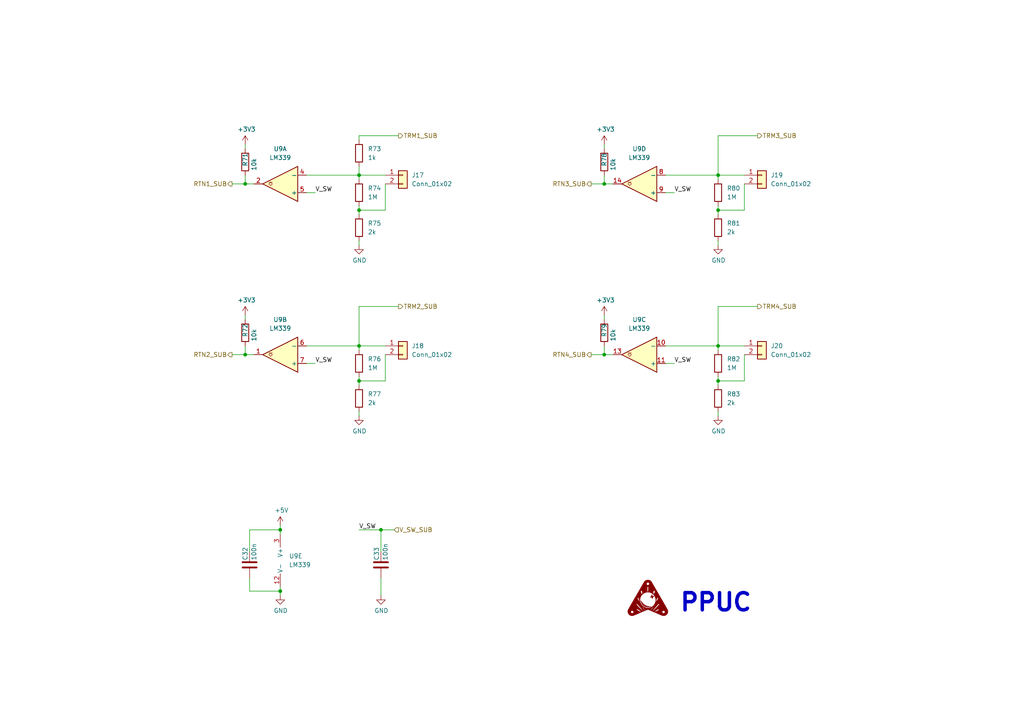
<source format=kicad_sch>
(kicad_sch (version 20211123) (generator eeschema)
  (paper "A4")
  (title_block (title "Opto_8") (date "2025-03-26") (rev "0.1.0"))
  (lib_symbols
    (symbol "Comparator:LM339" (pin_names (offset 0.127))
      (property "Reference" "U" (at 0 5.08 0))
      (property "Value" "LM339" (at 0 -5.08 0))
      (symbol "LM339_1_1"
        (polyline (pts (xy -5.08 5.08) (xy 5.08 0) (xy -5.08 -5.08) (xy -5.08 5.08)) (stroke (width 0.254)) (fill (type background)))
        (polyline (pts (xy 3.302 -0.508) (xy 2.794 -0.508) (xy 3.302 0) (xy 2.794 0.508) (xy 2.286 0) (xy 2.794 -0.508) (xy 2.286 -0.508)) (stroke (width 0.127)))
        (pin open_collector line (at 7.62 0 180) (length 2.54) (name "~") (number "2"))
        (pin input line (at -7.62 -2.54 0) (length 2.54) (name "-") (number "4"))
        (pin input line (at -7.62 2.54 0) (length 2.54) (name "+") (number "5"))
      )
      (symbol "LM339_2_1"
        (polyline (pts (xy -5.08 5.08) (xy 5.08 0) (xy -5.08 -5.08) (xy -5.08 5.08)) (stroke (width 0.254)) (fill (type background)))
        (polyline (pts (xy 3.302 -0.508) (xy 2.794 -0.508) (xy 3.302 0) (xy 2.794 0.508) (xy 2.286 0) (xy 2.794 -0.508) (xy 2.286 -0.508)) (stroke (width 0.127)))
        (pin open_collector line (at 7.62 0 180) (length 2.54) (name "~") (number "1"))
        (pin input line (at -7.62 -2.54 0) (length 2.54) (name "-") (number "6"))
        (pin input line (at -7.62 2.54 0) (length 2.54) (name "+") (number "7"))
      )
      (symbol "LM339_3_1"
        (polyline (pts (xy -5.08 5.08) (xy 5.08 0) (xy -5.08 -5.08) (xy -5.08 5.08)) (stroke (width 0.254)) (fill (type background)))
        (polyline (pts (xy 3.302 -0.508) (xy 2.794 -0.508) (xy 3.302 0) (xy 2.794 0.508) (xy 2.286 0) (xy 2.794 -0.508) (xy 2.286 -0.508)) (stroke (width 0.127)))
        (pin input line (at -7.62 -2.54 0) (length 2.54) (name "-") (number "10"))
        (pin input line (at -7.62 2.54 0) (length 2.54) (name "+") (number "11"))
        (pin open_collector line (at 7.62 0 180) (length 2.54) (name "~") (number "13"))
      )
      (symbol "LM339_4_1"
        (polyline (pts (xy -5.08 5.08) (xy 5.08 0) (xy -5.08 -5.08) (xy -5.08 5.08)) (stroke (width 0.254)) (fill (type background)))
        (polyline (pts (xy 3.302 -0.508) (xy 2.794 -0.508) (xy 3.302 0) (xy 2.794 0.508) (xy 2.286 0) (xy 2.794 -0.508) (xy 2.286 -0.508)) (stroke (width 0.127)))
        (pin open_collector line (at 7.62 0 180) (length 2.54) (name "~") (number "14"))
        (pin input line (at -7.62 -2.54 0) (length 2.54) (name "-") (number "8"))
        (pin input line (at -7.62 2.54 0) (length 2.54) (name "+") (number "9"))
      )
      (symbol "LM339_5_1"
        (pin power_in line (at -2.54 -7.62 90) (length 3.81) (name "V-") (number "12"))
        (pin power_in line (at -2.54 7.62 270) (length 3.81) (name "V+") (number "3"))
      )
    )
    (symbol "Connector_Generic:Conn_01x02" (pin_names (offset 1.016) hide)
      (property "Reference" "J" (at 0 2.54 0))
      (property "Value" "Conn_01x02" (at 0 -5.08 0))
      (symbol "Conn_01x02_1_1"
        (rectangle (start -1.27 -2.413) (end 0 -2.667) (stroke (width 0.1524)))
        (rectangle (start -1.27 0.127) (end 0 -0.127) (stroke (width 0.1524)))
        (rectangle (start -1.27 1.27) (end 1.27 -3.81) (stroke (width 0.254)) (fill (type background)))
        (pin passive line (at -5.08 0 0) (length 3.81) (name "Pin_1") (number "1"))
        (pin passive line (at -5.08 -2.54 0) (length 3.81) (name "Pin_2") (number "2"))
      )
    )
    (symbol "Device:C" (pin_numbers hide) (pin_names (offset 0.254))
      (property "Reference" "C" (at 0.635 2.54 0))
      (property "Value" "C" (at 0.635 -2.54 0))
      (symbol "C_0_1"
        (polyline (pts (xy -2.032 -0.762) (xy 2.032 -0.762)) (stroke (width 0.508)))
        (polyline (pts (xy -2.032 0.762) (xy 2.032 0.762)) (stroke (width 0.508)))
      )
      (symbol "C_1_1"
        (pin passive line (at 0 3.81 270) (length 2.794) (name "~") (number "1"))
        (pin passive line (at 0 -3.81 90) (length 2.794) (name "~") (number "2"))
      )
    )
    (symbol "Device:R" (pin_numbers hide) (pin_names (offset 0))
      (property "Reference" "R" (at 2.032 0 90))
      (property "Value" "R" (at 0 0 90))
      (symbol "R_0_1"
        (rectangle (start -1.016 -2.54) (end 1.016 2.54) (stroke (width 0.254)))
      )
      (symbol "R_1_1"
        (pin passive line (at 0 3.81 270) (length 1.27) (name "~") (number "1"))
        (pin passive line (at 0 -3.81 90) (length 1.27) (name "~") (number "2"))
      )
    )
    (symbol "PPUC_LOGO_LIB:LOGO" (pin_names (offset 1.016))
      (symbol "LOGO_0_0"
        (polyline (pts (xy 1.3461 0.5723) (xy 1.401 0.7319) (xy 1.5604 0.9187) (xy 1.7415 1.0689) (xy 1.5906 1.0703) (xy 1.4626 1.0839) (xy 1.2757 1.1732) (xy 1.1226 1.3565) (xy 1.0185 1.5273) (xy 1.0183 1.3201) (xy 1.0052 1.1853) (xy 0.9467 1.0647) (xy 0.8201 0.9316) (xy 0.6221 0.7503) (xy 0.8008 0.7503) (xy 0.8737 0.7451) (xy 1.0075 0.6918) (xy 1.1462 0.5632) (xy 1.3128 0.3761) (xy 1.3461 0.5723)) (stroke (width 0.01)) (fill (type outline)))
        (polyline (pts (xy 0.1988 -2.0744) (xy 0.5626 -2.0132) (xy 0.8306 -1.9387) (xy 0.5626 -1.9329) (xy 0.4034 -1.9255) (xy -0.1437 -1.8346) (xy -0.6511 -1.6461) (xy -1.1124 -1.3635) (xy -1.5212 -0.9906) (xy -1.8709 -0.5311) (xy -1.984 -0.3573) (xy -2.0545 -0.2659) (xy -2.0804 -0.2689) (xy -2.0663 -0.3675) (xy -2.0172 -0.5626) (xy -1.9531 -0.7694) (xy -1.7523 -1.1905) (xy -1.478 -1.5343) (xy -1.1315 -1.7993) (xy -0.7139 -1.9844) (xy -0.5869 -2.0195) (xy -0.2016 -2.0761) (xy 0.1988 -2.0744)) (stroke (width 0.01)) (fill (type outline)))
        (polyline (pts (xy -4.5517 -4.6263) (xy -4.4448 -4.6087) (xy -4.3144 -4.5748) (xy -4.1524 -4.5216) (xy -3.9504 -4.4461) (xy -3.7002 -4.3452) (xy -3.3934 -4.216) (xy -3.0218 -4.0554) (xy -2.5771 -3.8605) (xy -2.0509 -3.6282) (xy -1.435 -3.3556) (xy -1.2826 -3.2884) (xy -0.8872 -3.1181) (xy -0.5757 -2.9915) (xy -0.3394 -2.9052) (xy -0.1694 -2.8558) (xy -0.0568 -2.84) (xy -0.0245 -2.8416) (xy 0.131 -2.8733) (xy 0.3579 -2.9476) (xy 0.3988 -2.9636) (xy 0.839 -2.9636) (xy 0.8472 -2.8886) (xy 0.9027 -2.7535) (xy 0.9916 -2.5822) (xy 1.0998 -2.3987) (xy 1.2134 -2.2268) (xy 1.3183 -2.0905) (xy 1.4005 -2.0137) (xy 1.4168 -2.0042) (xy 1.5142 -1.9565) (xy 1.554 -1.9532) (xy 1.5352 -1.9949) (xy 1.471 -2.1124) (xy 1.372 -2.2847) (xy 1.2494 -2.4921) (xy 1.1911 -2.5891) (xy 1.067 -2.7902) (xy 0.9809 -2.9159) (xy 0.922 -2.9787) (xy 0.8793 -2.9916) (xy 0.8417 -2.9673) (xy 0.839 -2.9636) (xy 0.3988 -2.9636) (xy 0.6639 -3.0673) (xy 0.7882 -3.1204) (xy 1.3552 -3.1204) (xy 1.3684 -3.0819) (xy 1.4092 -3.0182) (xy 1.4848 -2.9199) (xy 1.6022 -2.7776) (xy 1.7681 -2.5821) (xy 1.9898 -2.3238) (xy 2.2741 -1.9934) (xy 2.3543 -1.9006) (xy 2.5716 -1.6532) (xy 2.7639 -1.4401) (xy 2.9202 -1.2731) (xy 3.0295 -1.1642) (xy 3.0806 -1.1253) (xy 3.1358 -1.1406) (xy 3.2268 -1.2163) (xy 3.2683 -1.3101) (xy 3.2514 -1.3383) (xy 3.1703 -1.4365) (xy 3.0314 -1.5923) (xy 2.845 -1.7944) (xy 2.6213 -2.0315) (xy 2.3707 -2.2924) (xy 2.351 -2.3128) (xy 2.0542 -2.6162) (xy 1.8219 -2.8468) (xy 1.6473 -3.011) (xy 1.5231 -3.1152) (xy 1.4426 -3.1656) (xy 1.3986 -3.1685) (xy 1.3841 -3.1593) (xy 1.3628 -3.1431) (xy 1.3552 -3.1204) (xy 0.7882 -3.1204) (xy 1.0567 -3.2351) (xy 1.0705 -3.2411) (xy 1.3795 -3.3769) (xy 1.9566 -3.3769) (xy 1.9884 -3.3276) (xy 2.094 -3.2343) (xy 2.2572 -3.1101) (xy 2.4618 -2.9683) (xy 2.6777 -2.8269) (xy 2.8466 -2.7247) (xy 2.9592 -2.6709) (xy 3.0317 -2.658) (xy 3.0801 -2.6784) (xy 3.1461 -2.75) (xy 3.1608 -2.8368) (xy 3.096 -2.9317) (xy 2.9448 -3.0443) (xy 2.7 -3.184) (xy 2.4032 -3.33) (xy 2.1841 -3.41) (xy 2.1049 -3.4183) (xy 4.0884 -3.4183) (xy 4.1623 -3.2625) (xy 4.3036 -3.1508) (xy 4.5012 -3.108) (xy 4.5793 -3.1144) (xy 4.7536 -3.1871) (xy 4.8688 -3.3198) (xy 4.9151 -3.4866) (xy 4.8831 -3.6614) (xy 4.7631 -3.818) (xy 4.7494 -3.8288) (xy 4.5699 -3.9046) (xy 4.377 -3.8877) (xy 4.2041 -3.7802) (xy 4.187 -3.7622) (xy 4.093 -3.5932) (xy 4.0884 -3.4183) (xy 2.1049 -3.4183) (xy 2.0372 -3.4254) (xy 1.9569 -3.3776) (xy 1.9566 -3.3769) (xy 1.3795 -3.3769) (xy 1.4118 -3.3911) (xy 1.8166 -3.5689) (xy 2.2518 -3.7602) (xy 2.6843 -3.9502) (xy 3.0812 -4.1246) (xy 3.4438 -4.2828) (xy 3.7384 -4.4075) (xy 3.9656 -4.4978) (xy 4.1405 -4.5588) (xy 4.2783 -4.5958) (xy 4.3943 -4.6142) (xy 4.5035 -4.6191) (xy 4.5541 -4.6183) (xy 4.9176 -4.5572) (xy 5.2324 -4.407) (xy 5.4866 -4.1778) (xy 5.6688 -3.8797) (xy 5.767 -3.5229) (xy 5.7717 -3.4883) (xy 5.7812 -3.4013) (xy 5.7831 -3.317) (xy 5.7737 -3.2275) (xy 5.7489 -3.1248) (xy 5.7051 -3.001) (xy 5.6384 -2.848) (xy 5.5448 -2.658) (xy 5.4206 -2.4231) (xy 5.2619 -2.1351) (xy 5.0648 -1.7863) (xy 4.8256 -1.3685) (xy 4.5403 -0.874) (xy 4.2052 -0.2947) (xy 3.8596 0.3026) (xy 3.2999 1.2707) (xy 2.6957 2.3167) (xy 2.0442 3.4454) (xy 1.3424 4.6621) (xy 1.3358 4.6735) (xy 1.1639 4.9694) (xy 1.0314 5.1879) (xy 0.9254 5.3445) (xy 0.8331 5.4546) (xy 0.7415 5.5337) (xy 0.6378 5.5972) (xy 0.509 5.6605) (xy 0.4416 5.69) (xy 0.084 5.7811) (xy -0.2769 5.7684) (xy -0.6253 5.6522) (xy -0.7345 5.5939) (xy -0.885 5.5) (xy -0.9779 5.4245) (xy -0.9942 5.4027) (xy -1.0647 5.2936) (xy -1.1755 5.1127) (xy -1.3175 4.8747) (xy -1.4638 4.6255) (xy -0.4632 4.6255) (xy -0.4306 4.8182) (xy -0.3984 4.8816) (xy -0.2632 5.0164) (xy -0.0889 5.0695) (xy 0.0977 5.0371) (xy 0.2697 4.9157) (xy 0.3554 4.7754) (xy 0.3676 4.5978) (xy 0.2886 4.4299) (xy 0.1241 4.2957) (xy 0.0455 4.2633) (xy -0.1365 4.2539) (xy -0.2956 4.324) (xy -0.4114 4.4543) (xy -0.4632 4.6255) (xy -1.4638 4.6255) (xy -1.4819 4.5946) (xy -1.66 4.287) (xy -1.7166 4.1885) (xy -1.9049 3.8615) (xy -2.0851 3.5488) (xy -2.1688 3.404) (xy -0.2283 3.404) (xy -0.2262 3.5927) (xy -0.2144 3.7126) (xy -0.1911 3.7823) (xy -0.1547 3.82) (xy -0.0974 3.8437) (xy 0.0195 3.8417) (xy 0.061 3.8097) (xy 0.0892 3.7328) (xy 0.1031 3.5914) (xy 0.1067 3.3643) (xy 0.1066 3.3405) (xy 0.1012 3.0848) (xy 0.089 2.834) (xy 0.0724 2.6392) (xy 0.0716 2.6321) (xy 0.043 2.4646) (xy 0.0034 2.3807) (xy -0.0579 2.3578) (xy -0.1111 2.3636) (xy -0.1783 2.398) (xy -0.1789 2.3992) (xy -0.1896 2.4712) (xy -0.2012 2.627) (xy -0.2123 2.8444) (xy -0.2216 3.1014) (xy -0.2224 3.1282) (xy -0.2283 3.404) (xy -2.1688 3.404) (xy -2.2461 3.2702) (xy -2.3763 3.0453) (xy -2.4646 2.8937) (xy -2.5328 2.7766) (xy -2.6595 2.5584) (xy -2.6793 2.5242) (xy -2.1341 2.5242) (xy -2.1155 2.5845) (xy -2.0247 2.675) (xy -1.8982 2.6952) (xy -1.7757 2.633) (xy -1.7537 2.6068) (xy -1.6879 2.4618) (xy -1.6458 2.267) (xy -1.6309 2.0599) (xy -1.6466 1.8782) (xy -1.6962 1.7594) (xy -1.7615 1.6966) (xy -1.8218 1.6612) (xy -1.8419 1.6763) (xy -1.8946 1.7681) (xy -1.9597 1.9182) (xy -2.0266 2.0977) (xy -2.0849 2.2778) (xy -2.1243 2.4296) (xy -2.1341 2.5242) (xy -2.6793 2.5242) (xy -2.8158 2.2886) (xy -2.9879 1.9906) (xy -3.1625 1.688) (xy -3.2951 1.458) (xy -3.469 1.1568) (xy -3.63 0.8782) (xy -3.7647 0.6455) (xy -3.8595 0.4823) (xy -3.8914 0.4274) (xy -3.0678 0.4274) (xy -3.0484 0.5433) (xy -2.9776 0.6215) (xy -2.8768 0.6275) (xy -2.7998 0.5648) (xy -2.7033 0.4155) (xy -2.6127 0.2108) (xy -2.5894 0.1365) (xy -2.3239 0.1365) (xy -2.2472 0.5701) (xy -2.0885 0.9814) (xy -1.8498 1.3566) (xy -1.5332 1.6819) (xy -1.1407 1.9435) (xy -0.9119 2.0507) (xy -0.4377 2.1933) (xy 0.0354 2.2296) (xy 0.504 2.1594) (xy 0.8654 2.0208) (xy 1.5087 2.0208) (xy 1.525 2.2218) (xy 1.567 2.4548) (xy 1.6445 2.6272) (xy 1.7518 2.7009) (xy 1.8868 2.6733) (xy 1.9403 2.6399) (xy 1.9991 2.568) (xy 2.0109 2.4625) (xy 1.976 2.3022) (xy 1.8947 2.0662) (xy 1.8728 2.0084) (xy 1.8012 1.8315) (xy 1.7436 1.7078) (xy 1.7109 1.6612) (xy 1.6648 1.6879) (xy 1.5826 1.7664) (xy 1.55 1.8078) (xy 1.5157 1.8934) (xy 1.5087 2.0208) (xy 0.8654 2.0208) (xy 0.9647 1.9827) (xy 1.1079 1.903) (xy 1.4698 1.6273) (xy 1.772 1.2848) (xy 2.0056 0.8931) (xy 2.1613 0.4697) (xy 2.2302 0.0322) (xy 2.203 -0.4019) (xy 2.1714 -0.5408) (xy 2.1461 -0.6155) (xy 2.3578 -0.6155) (xy 2.3583 -0.2943) (xy 2.3682 -0.0984) (xy 2.4156 0.0962) (xy 2.5179 0.3043) (xy 2.5922 0.4276) (xy 2.6782 0.5541) (xy 2.7341 0.617) (xy 2.7414 0.6209) (xy 2.8273 0.6122) (xy 2.9101 0.5431) (xy 2.9472 0.4477) (xy 2.9318 0.398) (xy 2.8706 0.2689) (xy 2.7736 0.0883) (xy 2.6525 -0.1215) (xy 2.3578 -0.6155) (xy 2.1461 -0.6155) (xy 2.064 -0.8575) (xy 1.9161 -1.1751) (xy 1.7457 -1.4578) (xy 1.5706 -1.6698) (xy 1.3652 -1.8396) (xy 1.0298 -2.0466) (xy 0.6676 -2.2076) (xy 0.3215 -2.3008) (xy 0.1712 -2.3246) (xy 0.0123 -2.3442) (xy -0.1182 -2.3464) (xy -0.2648 -2.331) (xy -0.4724 -2.2979) (xy -0.4834 -2.296) (xy -0.9009 -2.1729) (xy -1.3021 -1.9569) (xy -1.6617 -1.6616) (xy -1.7713 -1.5443) (xy -2.0424 -1.1598) (xy -2.2235 -0.7423) (xy -2.3167 -0.3056) (xy -2.3239 0.1365) (xy -2.5894 0.1365) (xy -2.5398 -0.0217) (xy -2.4965 -0.2545) (xy -2.4816 -0.4145) (xy -2.4756 -0.541) (xy -2.4815 -0.5894) (xy -2.5017 -0.5657) (xy -2.5654 -0.4691) (xy -2.6582 -0.3191) (xy -2.7664 -0.1389) (xy -2.8762 0.0488) (xy -2.974 0.2208) (xy -3.046 0.3543) (xy -3.0678 0.4274) (xy -3.8914 0.4274) (xy -4.074 0.1136) (xy -4.3251 -0.3193) (xy -4.5746 -0.7508) (xy -4.8159 -1.1694) (xy -4.8786 -1.2784) (xy -3.3671 -1.2784) (xy -3.3327 -1.1892) (xy -3.2323 -1.1521) (xy -3.1966 -1.1624) (xy -3.1101 -1.2232) (xy -2.9813 -1.3438) (xy -2.8042 -1.5303) (xy -2.5728 -1.7888) (xy -2.4208 -1.9643) (xy -1.6612 -1.9643) (xy -1.6594 -1.9591) (xy -1.608 -1.97) (xy -1.508 -2.0309) (xy -1.4986 -2.0381) (xy -1.4073 -2.1382) (xy -1.294 -2.297) (xy -1.1757 -2.4857) (xy -1.1695 -2.4968) (xy -0.7356 -2.4968) (xy -0.7314 -2.4282) (xy -0.7254 -2.4236) (xy -0.6547 -2.4286) (xy -0.5743 -2.4801) (xy -0.5359 -2.5467) (xy -0.5327 -2.5851) (xy -0.5292 -2.5989) (xy -0.1072 -2.5989) (xy -0.1012 -2.5619) (xy -0.0536 -2.5185) (xy -0.029 -2.5276) (xy 0 -2.5989) (xy -0.0061 -2.6359) (xy -0.0536 -2.6793) (xy -0.0783 -2.6702) (xy -0.1072 -2.5989) (xy -0.5292 -2.5989) (xy -0.5081 -2.6831) (xy 0.3751 -2.6831) (xy 0.3938 -2.606) (xy 0.4512 -2.5082) (xy 0.5205 -2.4385) (xy 0.5741 -2.4318) (xy 0.5748 -2.4325) (xy 0.5814 -2.4999) (xy 0.5635 -2.6219) (xy 0.5251 -2.7192) (xy 0.4602 -2.7803) (xy 0.4009 -2.7713) (xy 0.3751 -2.6831) (xy -0.5081 -2.6831) (xy -0.5034 -2.7017) (xy -0.4959 -2.7525) (xy -0.5517 -2.7865) (xy -0.5685 -2.7818) (xy -0.6326 -2.7165) (xy -0.6955 -2.6073) (xy -0.7356 -2.4968) (xy -1.1695 -2.4968) (xy -1.0699 -2.6753) (xy -0.9938 -2.8369) (xy -0.9646 -2.9417) (xy -0.969 -2.9815) (xy -1.0057 -2.9971) (xy -1.0815 -2.9245) (xy -1.199 -2.761) (xy -1.3606 -2.5038) (xy -1.4599 -2.3373) (xy -1.5641 -2.1562) (xy -1.635 -2.025) (xy -1.6612 -1.9643) (xy -2.4208 -1.9643) (xy -2.2811 -2.1255) (xy -2.1217 -2.3119) (xy -1.9044 -2.5679) (xy -1.7186 -2.7886) (xy -1.574 -2.9626) (xy -1.4803 -3.0784) (xy -1.4469 -3.1245) (xy -1.454 -3.1382) (xy -1.52 -3.1781) (xy -1.5278 -3.1783) (xy -1.6047 -3.1327) (xy -1.7462 -3.0164) (xy -1.9453 -2.8356) (xy -2.1952 -2.5966) (xy -2.489 -2.3054) (xy -2.6581 -2.1348) (xy -2.9131 -1.8736) (xy -3.1029 -1.672) (xy -3.2353 -1.521) (xy -3.3182 -1.4112) (xy -3.3595 -1.3334) (xy -3.3671 -1.2784) (xy -4.8786 -1.2784) (xy -5.0426 -1.5637) (xy -5.2481 -1.9224) (xy -5.4258 -2.2341) (xy -5.5692 -2.4873) (xy -5.6719 -2.6707) (xy -5.7271 -2.7729) (xy -5.7627 -2.8709) (xy -3.2801 -2.8709) (xy -3.2782 -2.7698) (xy -3.2311 -2.6705) (xy -3.1611 -2.6257) (xy -3.1607 -2.6257) (xy -3.0971 -2.6543) (xy -2.9637 -2.7303) (xy -2.7798 -2.8423) (xy -2.5647 -2.9788) (xy -2.4856 -3.0303) (xy -2.2723 -3.1753) (xy -2.1417 -3.2771) (xy -2.0852 -3.3429) (xy -2.0946 -3.3799) (xy -2.1486 -3.4044) (xy -2.2775 -3.4271) (xy -2.3431 -3.4116) (xy -2.4883 -3.3518) (xy -2.6743 -3.2611) (xy -2.8733 -3.1545) (xy -3.0577 -3.0469) (xy -3.1998 -2.9533) (xy -3.2718 -2.8888) (xy -3.2801 -2.8709) (xy -5.7627 -2.8709) (xy -5.8531 -3.1193) (xy -5.8778 -3.4709) (xy -5.8635 -3.5309) (xy -5.022 -3.5309) (xy -5.0037 -3.3668) (xy -4.9098 -3.2345) (xy -4.7661 -3.1451) (xy -4.5983 -3.1099) (xy -4.432 -3.1399) (xy -4.293 -3.2464) (xy -4.1967 -3.4285) (xy -4.2009 -3.61) (xy -4.3113 -3.7802) (xy -4.4173 -3.8602) (xy -4.5991 -3.9092) (xy -4.7763 -3.8703) (xy -4.9237 -3.7513) (xy -5.016 -3.5602) (xy -5.022 -3.5309) (xy -5.8635 -3.5309) (xy -5.7969 -3.8115) (xy -5.611 -4.1347) (xy -5.4411 -4.3242) (xy -5.1815 -4.5027) (xy -4.8682 -4.6016) (xy -4.8152 -4.6112) (xy -4.7286 -4.6245) (xy -4.6436 -4.6306) (xy -4.5517 -4.6263)) (stroke (width 0.01)) (fill (type outline)))
      )
    )
    (symbol "power:+3V3" (power) (pin_names (offset 0))
      (property "Value" "+3V3" (at 0 3.556 0))
      (symbol "+3V3_0_1"
        (polyline (pts (xy -0.762 1.27) (xy 0 2.54)))
        (polyline (pts (xy 0 0) (xy 0 2.54)))
        (polyline (pts (xy 0 2.54) (xy 0.762 1.27)))
      )
      (symbol "+3V3_1_1"
        (pin power_in line (at 0 0 90) (length 0) hide (name "+3V3") (number "1"))
      )
    )
    (symbol "power:+5V" (power) (pin_names (offset 0))
      (property "Value" "+5V" (at 0 3.556 0))
      (symbol "+5V_0_1"
        (polyline (pts (xy -0.762 1.27) (xy 0 2.54)))
        (polyline (pts (xy 0 0) (xy 0 2.54)))
        (polyline (pts (xy 0 2.54) (xy 0.762 1.27)))
      )
      (symbol "+5V_1_1"
        (pin power_in line (at 0 0 90) (length 0) hide (name "+5V") (number "1"))
      )
    )
    (symbol "power:GND" (power) (pin_names (offset 0))
      (property "Value" "GND" (at 0 -3.81 0))
      (symbol "GND_0_1"
        (polyline (pts (xy 0 0) (xy 0 -1.27) (xy 1.27 -1.27) (xy 0 -2.54) (xy -1.27 -1.27) (xy 0 -1.27)))
      )
      (symbol "GND_1_1"
        (pin power_in line (at 0 0 270) (length 0) hide (name "GND") (number "1"))
      )
    )
  )
  (junction (at 175.26 102.87))
  (junction (at 208.28 110.49))
  (junction (at 71.12 102.87))
  (junction (at 81.28 171.45))
  (junction (at 175.26 53.34))
  (junction (at 104.14 60.96))
  (junction (at 208.28 100.33))
  (junction (at 104.14 100.33))
  (junction (at 104.14 110.49))
  (junction (at 208.28 60.96))
  (junction (at 71.12 53.34))
  (junction (at 110.49 153.67))
  (junction (at 81.28 153.67))
  (junction (at 104.14 50.8))
  (junction (at 208.28 50.8))
  (wire (pts (xy 104.14 71.12) (xy 104.14 69.85)))
  (wire (pts (xy 67.31 102.87) (xy 71.12 102.87)))
  (wire (pts (xy 208.28 60.96) (xy 215.9 60.96)))
  (wire (pts (xy 208.28 110.49) (xy 208.28 109.22)))
  (wire (pts (xy 104.14 120.65) (xy 104.14 119.38)))
  (wire (pts (xy 104.14 110.49) (xy 104.14 109.22)))
  (wire (pts (xy 208.28 111.76) (xy 208.28 110.49)))
  (wire (pts (xy 175.26 91.44) (xy 175.26 92.71)))
  (wire (pts (xy 104.14 111.76) (xy 104.14 110.49)))
  (wire (pts (xy 104.14 110.49) (xy 111.76 110.49)))
  (wire (pts (xy 72.39 160.02) (xy 72.39 153.67)))
  (wire (pts (xy 175.26 100.33) (xy 175.26 102.87)))
  (wire (pts (xy 110.49 167.64) (xy 110.49 172.72)))
  (wire (pts (xy 104.14 48.26) (xy 104.14 50.8)))
  (wire (pts (xy 208.28 88.9) (xy 219.71 88.9)))
  (wire (pts (xy 193.04 100.33) (xy 208.28 100.33)))
  (wire (pts (xy 81.28 170.18) (xy 81.28 171.45)))
  (wire (pts (xy 215.9 53.34) (xy 215.9 60.96)))
  (wire (pts (xy 175.26 41.91) (xy 175.26 43.18)))
  (wire (pts (xy 104.14 50.8) (xy 111.76 50.8)))
  (wire (pts (xy 88.9 100.33) (xy 104.14 100.33)))
  (wire (pts (xy 71.12 91.44) (xy 71.12 92.71)))
  (wire (pts (xy 104.14 88.9) (xy 104.14 100.33)))
  (wire (pts (xy 104.14 60.96) (xy 104.14 59.69)))
  (wire (pts (xy 208.28 120.65) (xy 208.28 119.38)))
  (wire (pts (xy 81.28 152.4) (xy 81.28 153.67)))
  (wire (pts (xy 88.9 50.8) (xy 104.14 50.8)))
  (wire (pts (xy 110.49 153.67) (xy 110.49 160.02)))
  (wire (pts (xy 72.39 167.64) (xy 72.39 171.45)))
  (wire (pts (xy 195.58 55.88) (xy 193.04 55.88)))
  (wire (pts (xy 215.9 102.87) (xy 215.9 110.49)))
  (wire (pts (xy 208.28 88.9) (xy 208.28 100.33)))
  (wire (pts (xy 72.39 153.67) (xy 81.28 153.67)))
  (wire (pts (xy 104.14 39.37) (xy 115.57 39.37)))
  (wire (pts (xy 67.31 53.34) (xy 71.12 53.34)))
  (wire (pts (xy 208.28 39.37) (xy 219.71 39.37)))
  (wire (pts (xy 110.49 153.67) (xy 114.3 153.67)))
  (wire (pts (xy 171.45 102.87) (xy 175.26 102.87)))
  (wire (pts (xy 91.44 105.41) (xy 88.9 105.41)))
  (wire (pts (xy 208.28 50.8) (xy 215.9 50.8)))
  (wire (pts (xy 208.28 62.23) (xy 208.28 60.96)))
  (wire (pts (xy 208.28 50.8) (xy 208.28 52.07)))
  (wire (pts (xy 193.04 50.8) (xy 208.28 50.8)))
  (wire (pts (xy 71.12 102.87) (xy 73.66 102.87)))
  (wire (pts (xy 104.14 39.37) (xy 104.14 40.64)))
  (wire (pts (xy 91.44 55.88) (xy 88.9 55.88)))
  (wire (pts (xy 104.14 62.23) (xy 104.14 60.96)))
  (wire (pts (xy 104.14 100.33) (xy 111.76 100.33)))
  (wire (pts (xy 71.12 50.8) (xy 71.12 53.34)))
  (wire (pts (xy 175.26 53.34) (xy 177.8 53.34)))
  (wire (pts (xy 208.28 100.33) (xy 208.28 101.6)))
  (wire (pts (xy 175.26 50.8) (xy 175.26 53.34)))
  (wire (pts (xy 104.14 153.67) (xy 110.49 153.67)))
  (wire (pts (xy 111.76 102.87) (xy 111.76 110.49)))
  (wire (pts (xy 104.14 100.33) (xy 104.14 101.6)))
  (wire (pts (xy 175.26 102.87) (xy 177.8 102.87)))
  (wire (pts (xy 104.14 88.9) (xy 115.57 88.9)))
  (wire (pts (xy 208.28 110.49) (xy 215.9 110.49)))
  (wire (pts (xy 195.58 105.41) (xy 193.04 105.41)))
  (wire (pts (xy 208.28 60.96) (xy 208.28 59.69)))
  (wire (pts (xy 71.12 53.34) (xy 73.66 53.34)))
  (wire (pts (xy 171.45 53.34) (xy 175.26 53.34)))
  (wire (pts (xy 81.28 171.45) (xy 81.28 172.72)))
  (wire (pts (xy 104.14 50.8) (xy 104.14 52.07)))
  (wire (pts (xy 71.12 41.91) (xy 71.12 43.18)))
  (wire (pts (xy 208.28 71.12) (xy 208.28 69.85)))
  (wire (pts (xy 81.28 153.67) (xy 81.28 154.94)))
  (wire (pts (xy 208.28 100.33) (xy 215.9 100.33)))
  (wire (pts (xy 111.76 53.34) (xy 111.76 60.96)))
  (wire (pts (xy 104.14 60.96) (xy 111.76 60.96)))
  (wire (pts (xy 72.39 171.45) (xy 81.28 171.45)))
  (wire (pts (xy 208.28 39.37) (xy 208.28 50.8)))
  (wire (pts (xy 71.12 100.33) (xy 71.12 102.87)))
  (text "PPUC" (at 196.85 177.8 0) (effects (font (size 5 5) bold) (justify left bottom)))
  (label "V_SW" (at 104.14 153.67 0))
  (label "V_SW" (at 195.58 55.88 0))
  (label "V_SW" (at 91.44 105.41 0))
  (label "V_SW" (at 91.44 55.88 0))
  (label "V_SW" (at 195.58 105.41 0))
  (hierarchical_label "RTN1_SUB" (shape output) (at 67.31 53.34 180))
  (hierarchical_label "RTN2_SUB" (shape output) (at 67.31 102.87 180))
  (hierarchical_label "RTN4_SUB" (shape output) (at 171.45 102.87 180))
  (hierarchical_label "V_SW_SUB" (shape input) (at 114.3 153.67 0))
  (hierarchical_label "RTN3_SUB" (shape output) (at 171.45 53.34 180))
  (hierarchical_label "TRM1_SUB" (shape output) (at 115.57 39.37 0))
  (hierarchical_label "TRM2_SUB" (shape output) (at 115.57 88.9 0))
  (hierarchical_label "TRM4_SUB" (shape output) (at 219.71 88.9 0))
  (hierarchical_label "TRM3_SUB" (shape output) (at 219.71 39.37 0))
  (symbol (lib_id "Device:R") (at 175.26 96.52 0) (unit 1)
    (property "Reference" "R79" (at 175.26 97.79 90) (effects (justify left)))
    (property "Value" "10k" (at 177.8 99.06 90) (effects (justify left)))
    (property "Footprint" "Resistor_SMD:R_0603_1608Metric" (effects hide))
  )
  (symbol (lib_id "Comparator:LM339") (at 185.42 53.34 180) (unit 4)
    (property "Reference" "U9" (at 185.42 43.18 0))
    (property "Value" "LM339" (at 185.42 45.72 0))
    (property "Footprint" "Package_SO:SOIC-14_3.9x8.7mm_P1.27mm" (effects hide))
    (property "Datasheet" "https://www.st.com/resource/en/datasheet/lm139.pdf" (effects hide))
  )
  (symbol (lib_id "power:+3V3") (at 175.26 91.44 0) (unit 1)
    (property "Reference" "#PWR0110" (effects hide))
    (property "Value" "+3V3" (at 175.641 87.0458 0))
  )
  (symbol (lib_id "Device:R") (at 208.28 105.41 0) (unit 1)
    (property "Reference" "R82" (at 210.82 104.1399 0) (effects (justify left)))
    (property "Value" "1M" (at 210.82 106.6799 0) (effects (justify left)))
    (property "Footprint" "Resistor_SMD:R_0603_1608Metric" (effects hide))
  )
  (symbol (lib_id "power:GND") (at 104.14 71.12 0) (unit 1)
    (property "Reference" "#PWR0106" (effects hide))
    (property "Value" "GND" (at 104.267 75.5142 0))
  )
  (symbol (lib_id "Device:C") (at 72.39 163.83 0) (unit 1)
    (property "Reference" "C32" (at 71.12 162.56 90) (effects (justify left)))
    (property "Value" "100n" (at 73.66 162.56 90) (effects (justify left)))
    (property "Footprint" "Capacitor_SMD:C_0402_1005Metric" (effects hide))
  )
  (symbol (lib_id "Device:R") (at 208.28 66.04 0) (unit 1)
    (property "Reference" "R81" (at 210.82 64.7699 0) (effects (justify left)))
    (property "Value" "2k" (at 210.82 67.3099 0) (effects (justify left)))
    (property "Footprint" "Resistor_SMD:R_0603_1608Metric" (effects hide))
  )
  (symbol (lib_id "Comparator:LM339") (at 81.28 53.34 180) (unit 1)
    (property "Reference" "U9" (at 81.28 43.18 0))
    (property "Value" "LM339" (at 81.28 45.72 0))
    (property "Footprint" "Package_SO:SOIC-14_3.9x8.7mm_P1.27mm" (effects hide))
    (property "Datasheet" "https://www.st.com/resource/en/datasheet/lm139.pdf" (effects hide))
  )
  (symbol (lib_id "Device:R") (at 208.28 55.88 0) (unit 1)
    (property "Reference" "R80" (at 210.82 54.6099 0) (effects (justify left)))
    (property "Value" "1M" (at 210.82 57.1499 0) (effects (justify left)))
    (property "Footprint" "Resistor_SMD:R_0603_1608Metric" (effects hide))
  )
  (symbol (lib_id "power:GND") (at 208.28 71.12 0) (unit 1)
    (property "Reference" "#PWR0111" (effects hide))
    (property "Value" "GND" (at 208.407 75.5142 0))
  )
  (symbol (lib_id "Connector_Generic:Conn_01x02") (at 220.98 50.8 0) (unit 1)
    (property "Reference" "J19" (at 223.52 50.7999 0) (effects (justify left)))
    (property "Value" "Conn_01x02" (at 223.52 53.3399 0) (effects (justify left)))
    (property "Footprint" "Connector_Molex:Molex_KK-254_AE-6410-02A_1x02_P2.54mm_Vertical" (effects hide))
  )
  (symbol (lib_id "Connector_Generic:Conn_01x02") (at 220.98 100.33 0) (unit 1)
    (property "Reference" "J20" (at 223.52 100.3299 0) (effects (justify left)))
    (property "Value" "Conn_01x02" (at 223.52 102.8699 0) (effects (justify left)))
    (property "Footprint" "Connector_Molex:Molex_KK-254_AE-6410-02A_1x02_P2.54mm_Vertical" (effects hide))
  )
  (symbol (lib_id "Device:R") (at 104.14 55.88 0) (unit 1)
    (property "Reference" "R74" (at 106.68 54.6099 0) (effects (justify left)))
    (property "Value" "1M" (at 106.68 57.1499 0) (effects (justify left)))
    (property "Footprint" "Resistor_SMD:R_0603_1608Metric" (effects hide))
  )
  (symbol (lib_id "Comparator:LM339") (at 83.82 162.56 0) (unit 5)
    (property "Reference" "U9" (at 83.82 161.2899 0) (effects (justify left)))
    (property "Value" "LM339" (at 83.82 163.8299 0) (effects (justify left)))
    (property "Footprint" "Package_SO:SOIC-14_3.9x8.7mm_P1.27mm" (effects hide))
    (property "Datasheet" "https://www.st.com/resource/en/datasheet/lm139.pdf" (effects hide))
  )
  (symbol (lib_id "power:+3V3") (at 71.12 41.91 0) (unit 1)
    (property "Reference" "#PWR0102" (effects hide))
    (property "Value" "+3V3" (at 71.501 37.5158 0))
  )
  (symbol (lib_id "power:GND") (at 81.28 172.72 0) (unit 1)
    (property "Reference" "#PWR0105" (effects hide))
    (property "Value" "GND" (at 81.407 177.1142 0))
  )
  (symbol (lib_id "Device:R") (at 175.26 46.99 0) (unit 1)
    (property "Reference" "R78" (at 175.26 48.26 90) (effects (justify left)))
    (property "Value" "10k" (at 177.8 49.53 90) (effects (justify left)))
    (property "Footprint" "Resistor_SMD:R_0603_1608Metric" (effects hide))
  )
  (symbol (lib_id "power:GND") (at 104.14 120.65 0) (unit 1)
    (property "Reference" "#PWR0107" (effects hide))
    (property "Value" "GND" (at 104.267 125.0442 0))
  )
  (symbol (lib_id "Device:R") (at 104.14 66.04 0) (unit 1)
    (property "Reference" "R75" (at 106.68 64.7699 0) (effects (justify left)))
    (property "Value" "2k" (at 106.68 67.3099 0) (effects (justify left)))
    (property "Footprint" "Resistor_SMD:R_0603_1608Metric" (effects hide))
  )
  (symbol (lib_id "Device:R") (at 208.28 115.57 0) (unit 1)
    (property "Reference" "R83" (at 210.82 114.2999 0) (effects (justify left)))
    (property "Value" "2k" (at 210.82 116.8399 0) (effects (justify left)))
    (property "Footprint" "Resistor_SMD:R_0603_1608Metric" (effects hide))
  )
  (symbol (lib_id "Device:R") (at 71.12 96.52 0) (unit 1)
    (property "Reference" "R72" (at 71.12 97.79 90) (effects (justify left)))
    (property "Value" "10k" (at 73.66 99.06 90) (effects (justify left)))
    (property "Footprint" "Resistor_SMD:R_0603_1608Metric" (effects hide))
  )
  (symbol (lib_id "Device:R") (at 104.14 105.41 0) (unit 1)
    (property "Reference" "R76" (at 106.68 104.1399 0) (effects (justify left)))
    (property "Value" "1M" (at 106.68 106.6799 0) (effects (justify left)))
    (property "Footprint" "Resistor_SMD:R_0603_1608Metric" (effects hide))
  )
  (symbol (lib_id "Comparator:LM339") (at 81.28 102.87 180) (unit 2)
    (property "Reference" "U9" (at 81.28 92.71 0))
    (property "Value" "LM339" (at 81.28 95.25 0))
    (property "Footprint" "Package_SO:SOIC-14_3.9x8.7mm_P1.27mm" (effects hide))
    (property "Datasheet" "https://www.st.com/resource/en/datasheet/lm139.pdf" (effects hide))
  )
  (symbol (lib_id "Connector_Generic:Conn_01x02") (at 116.84 100.33 0) (unit 1)
    (property "Reference" "J18" (at 119.38 100.3299 0) (effects (justify left)))
    (property "Value" "Conn_01x02" (at 119.38 102.8699 0) (effects (justify left)))
    (property "Footprint" "Connector_Molex:Molex_KK-254_AE-6410-02A_1x02_P2.54mm_Vertical" (effects hide))
  )
  (symbol (lib_id "Device:R") (at 104.14 115.57 0) (unit 1)
    (property "Reference" "R77" (at 106.68 114.2999 0) (effects (justify left)))
    (property "Value" "2k" (at 106.68 116.8399 0) (effects (justify left)))
    (property "Footprint" "Resistor_SMD:R_0603_1608Metric" (effects hide))
  )
  (symbol (lib_id "Device:R") (at 104.14 44.45 0) (unit 1)
    (property "Reference" "R73" (at 106.68 43.1799 0) (effects (justify left)))
    (property "Value" "1k" (at 106.68 45.7199 0) (effects (justify left)))
    (property "Footprint" "Resistor_SMD:R_0603_1608Metric" (effects hide))
  )
  (symbol (lib_id "power:+3V3") (at 175.26 41.91 0) (unit 1)
    (property "Reference" "#PWR0109" (effects hide))
    (property "Value" "+3V3" (at 175.641 37.5158 0))
  )
  (symbol (lib_id "power:+3V3") (at 71.12 91.44 0) (unit 1)
    (property "Reference" "#PWR0103" (effects hide))
    (property "Value" "+3V3" (at 71.501 87.0458 0))
  )
  (symbol (lib_id "power:+5V") (at 81.28 152.4 0) (unit 1)
    (property "Reference" "#PWR0104" (effects hide))
    (property "Value" "+5V" (at 81.661 148.0058 0))
  )
  (symbol (lib_id "PPUC_LOGO_LIB:LOGO") (at 187.96 173.99 0) (unit 1)
    (property "Reference" "#G6" (effects hide))
    (property "Value" "LOGO" (effects hide))
  )
  (symbol (lib_id "Device:C") (at 110.49 163.83 0) (unit 1)
    (property "Reference" "C33" (at 109.22 162.56 90) (effects (justify left)))
    (property "Value" "100n" (at 111.76 162.56 90) (effects (justify left)))
    (property "Footprint" "Capacitor_SMD:C_0402_1005Metric" (effects hide))
  )
  (symbol (lib_id "Connector_Generic:Conn_01x02") (at 116.84 50.8 0) (unit 1)
    (property "Reference" "J17" (at 119.38 50.7999 0) (effects (justify left)))
    (property "Value" "Conn_01x02" (at 119.38 53.3399 0) (effects (justify left)))
    (property "Footprint" "Connector_Molex:Molex_KK-254_AE-6410-02A_1x02_P2.54mm_Vertical" (effects hide))
  )
  (symbol (lib_id "power:GND") (at 208.28 120.65 0) (unit 1)
    (property "Reference" "#PWR0112" (effects hide))
    (property "Value" "GND" (at 208.407 125.0442 0))
  )
  (symbol (lib_id "Comparator:LM339") (at 185.42 102.87 180) (unit 3)
    (property "Reference" "U9" (at 185.42 92.71 0))
    (property "Value" "LM339" (at 185.42 95.25 0))
    (property "Footprint" "Package_SO:SOIC-14_3.9x8.7mm_P1.27mm" (effects hide))
    (property "Datasheet" "https://www.st.com/resource/en/datasheet/lm139.pdf" (effects hide))
  )
  (symbol (lib_id "power:GND") (at 110.49 172.72 0) (unit 1)
    (property "Reference" "#PWR0108" (effects hide))
    (property "Value" "GND" (at 110.617 177.1142 0))
  )
  (symbol (lib_id "Device:R") (at 71.12 46.99 0) (unit 1)
    (property "Reference" "R71" (at 71.12 48.26 90) (effects (justify left)))
    (property "Value" "10k" (at 73.66 49.53 90) (effects (justify left)))
    (property "Footprint" "Resistor_SMD:R_0603_1608Metric" (effects hide))
  )
)
</source>
